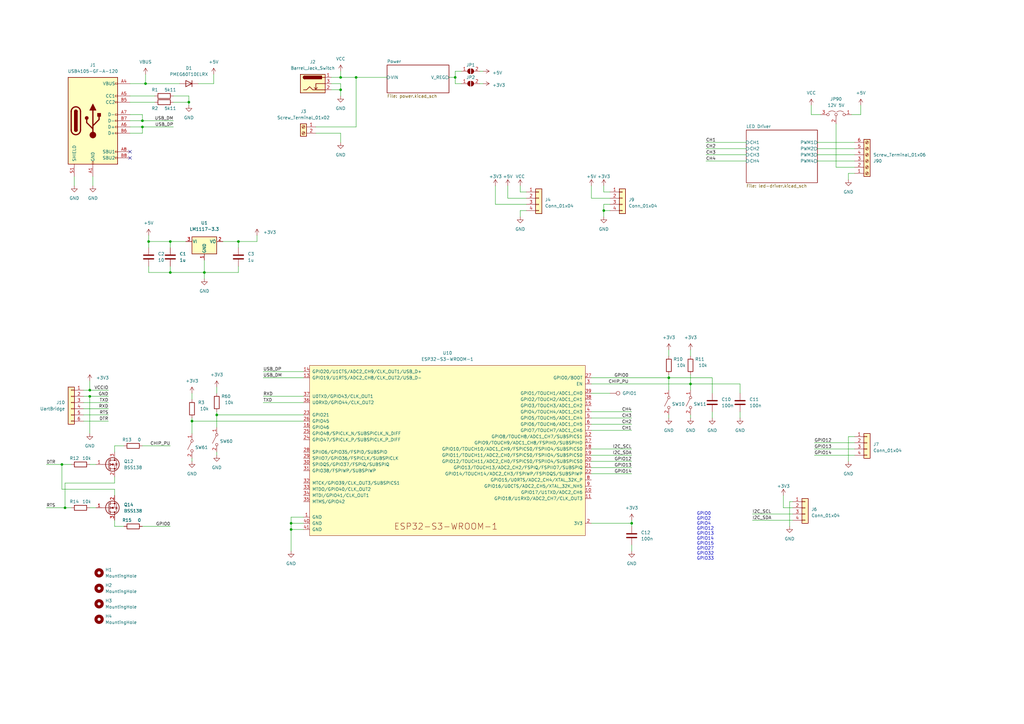
<source format=kicad_sch>
(kicad_sch (version 20230121) (generator eeschema)
  (paper "A3")
  (title_block (title "Starfish") (date "2023-01-30") (rev "A") (company "PaEber Electronics") (comment 1 "ESP based LED driver for ESPHome"))
  (lib_symbols
    (symbol "+3V3_1" (power) (pin_names (offset 0))
      (property "Value" "+3V3_1" (at 0 3.556 0))
      (symbol "+3V3_1_1_1"
        (pin power_in line (at 0 0 90) (length 0) hide (name "+3V3") (number "1"))
      )
    )
    (symbol "+3V3_2" (power) (pin_names (offset 0))
      (property "Value" "+3V3_2" (at 0 3.556 0))
      (symbol "+3V3_2_1_1"
        (pin power_in line (at 0 0 90) (length 0) hide (name "+3V3") (number "1"))
      )
    )
    (symbol "+5V_1" (power) (pin_names (offset 0))
      (property "Value" "+5V_1" (at 0 3.556 0))
      (symbol "+5V_1_1_1"
        (pin power_in line (at 0 0 90) (length 0) hide (name "+5V") (number "1"))
      )
    )
    (symbol "Connector:Barrel_Jack_Switch" (pin_names hide)
      (property "Reference" "J" (at 0 5.334 0))
      (property "Value" "Barrel_Jack_Switch" (at 0 -5.08 0))
      (symbol "Barrel_Jack_Switch_1_1"
        (pin passive line (at 7.62 2.54 180) (length 2.54) (name "~") (number "1"))
        (pin passive line (at 7.62 -2.54 180) (length 2.54) (name "~") (number "2"))
        (pin passive line (at 7.62 0 180) (length 2.54) (name "~") (number "3"))
      )
    )
    (symbol "Connector:Screw_Terminal_01x02" (pin_names (offset 1.016) hide)
      (property "Reference" "J" (at 0 2.54 0))
      (property "Value" "Screw_Terminal_01x02" (at 0 -5.08 0))
      (symbol "Screw_Terminal_01x02_1_1"
        (pin passive line (at -5.08 0 0) (length 3.81) (name "Pin_1") (number "1"))
        (pin passive line (at -5.08 -2.54 0) (length 3.81) (name "Pin_2") (number "2"))
      )
    )
    (symbol "Connector:Screw_Terminal_01x06" (pin_names (offset 1.016) hide)
      (property "Reference" "J" (at 0 7.62 0))
      (property "Value" "Screw_Terminal_01x06" (at 0 -10.16 0))
      (symbol "Screw_Terminal_01x06_1_1"
        (pin passive line (at -5.08 5.08 0) (length 3.81) (name "Pin_1") (number "1"))
        (pin passive line (at -5.08 2.54 0) (length 3.81) (name "Pin_2") (number "2"))
        (pin passive line (at -5.08 0 0) (length 3.81) (name "Pin_3") (number "3"))
        (pin passive line (at -5.08 -2.54 0) (length 3.81) (name "Pin_4") (number "4"))
        (pin passive line (at -5.08 -5.08 0) (length 3.81) (name "Pin_5") (number "5"))
        (pin passive line (at -5.08 -7.62 0) (length 3.81) (name "Pin_6") (number "6"))
      )
    )
    (symbol "Connector:TestPoint" (pin_numbers hide) (pin_names (offset 0.762) hide)
      (property "Reference" "TP" (at 0 6.858 0))
      (property "Value" "TestPoint" (at 0 5.08 0))
      (symbol "TestPoint_1_1"
        (pin passive line (at 0 0 90) (length 2.54) (name "1") (number "1"))
      )
    )
    (symbol "Connector_Generic:Conn_01x04" (pin_names (offset 1.016) hide)
      (property "Reference" "J" (at 0 5.08 0))
      (property "Value" "Conn_01x04" (at 0 -7.62 0))
      (symbol "Conn_01x04_1_1"
        (pin passive line (at -5.08 2.54 0) (length 3.81) (name "Pin_1") (number "1"))
        (pin passive line (at -5.08 0 0) (length 3.81) (name "Pin_2") (number "2"))
        (pin passive line (at -5.08 -2.54 0) (length 3.81) (name "Pin_3") (number "3"))
        (pin passive line (at -5.08 -5.08 0) (length 3.81) (name "Pin_4") (number "4"))
      )
    )
    (symbol "Connector_Generic:Conn_01x06" (pin_names (offset 1.016) hide)
      (property "Reference" "J" (at 0 7.62 0))
      (property "Value" "Conn_01x06" (at 0 -10.16 0))
      (symbol "Conn_01x06_1_1"
        (pin passive line (at -5.08 5.08 0) (length 3.81) (name "Pin_1") (number "1"))
        (pin passive line (at -5.08 2.54 0) (length 3.81) (name "Pin_2") (number "2"))
        (pin passive line (at -5.08 0 0) (length 3.81) (name "Pin_3") (number "3"))
        (pin passive line (at -5.08 -2.54 0) (length 3.81) (name "Pin_4") (number "4"))
        (pin passive line (at -5.08 -5.08 0) (length 3.81) (name "Pin_5") (number "5"))
        (pin passive line (at -5.08 -7.62 0) (length 3.81) (name "Pin_6") (number "6"))
      )
    )
    (symbol "Device:C" (pin_numbers hide) (pin_names (offset 0.254))
      (property "Reference" "C" (at 0.635 2.54 0))
      (property "Value" "C" (at 0.635 -2.54 0))
      (symbol "C_1_1"
        (pin passive line (at 0 3.81 270) (length 2.794) (name "~") (number "1"))
        (pin passive line (at 0 -3.81 90) (length 2.794) (name "~") (number "2"))
      )
    )
    (symbol "Device:D" (pin_numbers hide) (pin_names (offset 1.016) hide)
      (property "Reference" "D" (at 0 2.54 0))
      (property "Value" "D" (at 0 -2.54 0))
      (symbol "D_1_1"
        (pin passive line (at -3.81 0 0) (length 2.54) (name "K") (number "1"))
        (pin passive line (at 3.81 0 180) (length 2.54) (name "A") (number "2"))
      )
    )
    (symbol "Device:R" (pin_numbers hide) (pin_names (offset 0))
      (property "Reference" "R" (at 2.032 0 90))
      (property "Value" "R" (at 0 0 90))
      (symbol "R_1_1"
        (pin passive line (at 0 3.81 270) (length 1.27) (name "~") (number "1"))
        (pin passive line (at 0 -3.81 90) (length 1.27) (name "~") (number "2"))
      )
    )
    (symbol "Espressif:ESP32-S3-WROOM-1" (pin_names (offset 1.016))
      (property "Reference" "U" (at 0 35.56 0))
      (property "Value" "ESP32-S3-WROOM-1" (at 0 -36.83 0))
      (symbol "ESP32-S3-WROOM-1_0_0"
        (text "ESP32-S3-WROOM-1" (at 0 -31.75 0) (effects (font (size 2.54 2.54))))
        (pin power_in line (at 58.42 -27.94 180) (length 2.54) (name "GND") (number "1"))
        (pin bidirectional line (at -59.69 -17.78 0) (length 2.54) (name "GPIO17/U1TXD/ADC2_CH6") (number "10"))
        (pin bidirectional line (at -59.69 -20.32 0) (length 2.54) (name "GPIO18/U1RXD/ADC2_CH7/CLK_OUT3") (number "11"))
        (pin bidirectional line (at -59.69 5.08 0) (length 2.54) (name "GPIO8/TOUCH8/ADC1_CH7/SUBSPICS1") (number "12"))
        (pin bidirectional line (at 58.42 29.21 180) (length 2.54) (name "GPIO19/U1RTS/ADC2_CH8/CLK_OUT2/USB_D-") (number "13"))
        (pin bidirectional line (at 58.42 31.75 180) (length 2.54) (name "GPIO20/U1CTS/ADC2_CH9/CLK_OUT1/USB_D+") (number "14"))
        (pin bidirectional line (at -59.69 17.78 0) (length 2.54) (name "GPIO3/TOUCH3/ADC1_CH2") (number "15"))
        (pin bidirectional line (at 58.42 8.89 180) (length 2.54) (name "GPIO46") (number "16"))
        (pin bidirectional line (at -59.69 2.54 0) (length 2.54) (name "GPIO9/TOUCH9/ADC1_CH8/FSPIHD/SUBSPIHD") (number "17"))
        (pin bidirectional line (at -59.69 0 0) (length 2.54) (name "GPIO10/TOUCH10/ADC1_CH9/FSPICS0/FSPIIO4/SUBSPICS0") (number "18"))
        (pin bidirectional line (at -59.69 -2.54 0) (length 2.54) (name "GPIO11/TOUCH11/ADC2_CH0/FSPICS0/FSPIIO4/SUBSPICS0") (number "19"))
        (pin power_in line (at -59.69 -30.48 0) (length 2.54) (name "3V3") (number "2"))
        (pin bidirectional line (at -59.69 -5.08 0) (length 2.54) (name "GPIO12/TOUCH11/ADC2_CH0/FSPICS0/FSPIIO4/SUBSPICS0") (number "20"))
        (pin bidirectional line (at -59.69 -7.62 0) (length 2.54) (name "GPIO13/TOUCH13/ADC2_CH2/FSPIQ/FSPIIO7/SUBSPIQ") (number "21"))
        (pin bidirectional line (at -59.69 -10.16 0) (length 2.54) (name "GPIO14/TOUCH14/ADC2_CH3/FSPIWP/FSPIDQS/SUBSPIWP") (number "22"))
        (pin bidirectional line (at 58.42 13.97 180) (length 2.54) (name "GPIO21") (number "23"))
        (pin bidirectional line (at 58.42 3.81 180) (length 2.54) (name "GPIO47/SPICLK_P/SUBSPICLK_P_DIFF") (number "24"))
        (pin bidirectional line (at 58.42 6.35 180) (length 2.54) (name "GPIO48/SPICLK_N/SUBSPICLK_N_DIFF") (number "25"))
        (pin bidirectional line (at 58.42 11.43 180) (length 2.54) (name "GPIO45") (number "26"))
        (pin bidirectional line (at -59.69 29.21 0) (length 2.54) (name "GPIO0/BOOT") (number "27"))
        (pin bidirectional line (at 58.42 -1.27 180) (length 2.54) (name "SPIIO6/GPIO35/FSPID/SUBSPID") (number "28"))
        (pin bidirectional line (at 58.42 -3.81 180) (length 2.54) (name "SPIIO7/GPIO36/FSPICLK/SUBSPICLK") (number "29"))
        (pin input line (at -59.69 26.67 0) (length 2.54) (name "EN") (number "3"))
        (pin bidirectional line (at 58.42 -6.35 180) (length 2.54) (name "SPIDQS/GPIO37/FSPIQ/SUBSPIQ") (number "30"))
        (pin bidirectional line (at 58.42 -8.89 180) (length 2.54) (name "GPIO38/FSPIWP/SUBSPIWP") (number "31"))
        (pin bidirectional line (at 58.42 -13.97 180) (length 2.54) (name "MTCK/GPIO39/CLK_OUT3/SUBSPICS1") (number "32"))
        (pin bidirectional line (at 58.42 -16.51 180) (length 2.54) (name "MTDO/GPIO40/CLK_OUT2") (number "33"))
        (pin bidirectional line (at 58.42 -19.05 180) (length 2.54) (name "MTDI/GPIO41/CLK_OUT1") (number "34"))
        (pin bidirectional line (at 58.42 -21.59 180) (length 2.54) (name "MTMS/GPIO42") (number "35"))
        (pin bidirectional line (at 58.42 19.05 180) (length 2.54) (name "U0RXD/GPIO44/CLK_OUT2") (number "36"))
        (pin bidirectional line (at 58.42 21.59 180) (length 2.54) (name "U0TXD/GPIO43/CLK_OUT1") (number "37"))
        (pin bidirectional line (at -59.69 20.32 0) (length 2.54) (name "GPIO2/TOUCH2/ADC1_CH1") (number "38"))
        (pin bidirectional line (at -59.69 22.86 0) (length 2.54) (name "GPIO1/TOUCH1/ADC1_CH0") (number "39"))
        (pin bidirectional line (at -59.69 15.24 0) (length 2.54) (name "GPIO4/TOUCH4/ADC1_CH3") (number "4"))
        (pin power_in line (at 58.42 -30.48 180) (length 2.54) (name "GND") (number "40"))
        (pin power_in line (at 58.42 -33.02 180) (length 2.54) (name "GND") (number "41"))
        (pin bidirectional line (at -59.69 12.7 0) (length 2.54) (name "GPIO5/TOUCH5/ADC1_CH4") (number "5"))
        (pin bidirectional line (at -59.69 10.16 0) (length 2.54) (name "GPIO6/TOUCH6/ADC1_CH5") (number "6"))
        (pin bidirectional line (at -59.69 7.62 0) (length 2.54) (name "GPIO7/TOUCH7/ADC1_CH6") (number "7"))
        (pin bidirectional line (at -59.69 -12.7 0) (length 2.54) (name "GPIO15/U0RTS/ADC2_CH4/XTAL_32K_P") (number "8"))
        (pin bidirectional line (at -59.69 -15.24 0) (length 2.54) (name "GPIO16/U0CTS/ADC2_CH5/XTAL_32K_NH5") (number "9"))
      )
    )
    (symbol "GND_1" (power) (pin_names (offset 0))
      (property "Value" "GND_1" (at 0 -3.81 0))
      (symbol "GND_1_1_1"
        (pin power_in line (at 0 0 270) (length 0) hide (name "GND") (number "1"))
      )
    )
    (symbol "GND_2" (power) (pin_names (offset 0))
      (property "Value" "GND_2" (at 0 -3.81 0))
      (symbol "GND_2_1_1"
        (pin power_in line (at 0 0 270) (length 0) hide (name "GND") (number "1"))
      )
    )
    (symbol "GND_3" (power) (pin_names (offset 0))
      (property "Value" "GND_3" (at 0 -3.81 0))
      (symbol "GND_3_1_1"
        (pin power_in line (at 0 0 270) (length 0) hide (name "GND") (number "1"))
      )
    )
    (symbol "Jumper:Jumper_3_Open" (pin_names (offset 0) hide)
      (property "Reference" "JP" (at -2.54 -2.54 0))
      (property "Value" "Jumper_3_Open" (at 0 2.794 0))
      (symbol "Jumper_3_Open_1_1"
        (pin passive line (at -6.35 0 0) (length 2.54) (name "A") (number "1"))
        (pin input line (at 0 -3.81 90) (length 2.54) (name "C") (number "2"))
        (pin passive line (at 6.35 0 180) (length 2.54) (name "B") (number "3"))
      )
    )
    (symbol "Jumper:SolderJumper_2_Open" (pin_names (offset 0) hide)
      (property "Reference" "JP" (at 0 2.032 0))
      (property "Value" "SolderJumper_2_Open" (at 0 -2.54 0))
      (symbol "SolderJumper_2_Open_1_1"
        (pin passive line (at -3.81 0 0) (length 2.54) (name "A") (number "1"))
        (pin passive line (at 3.81 0 180) (length 2.54) (name "B") (number "2"))
      )
    )
    (symbol "Mechanical:MountingHole" (pin_names (offset 1.016))
      (property "Reference" "H" (at 0 5.08 0))
      (property "Value" "MountingHole" (at 0 3.175 0))
    )
    (symbol "Regulator_Linear:LM1117-3.3" (pin_names (offset 0.254))
      (property "Reference" "U" (at -3.81 3.175 0))
      (property "Value" "LM1117-3.3" (at 0 3.175 0))
      (symbol "LM1117-3.3_1_1"
        (pin power_in line (at 0 -7.62 90) (length 2.54) (name "GND") (number "1"))
        (pin power_out line (at 7.62 0 180) (length 2.54) (name "VO") (number "2"))
        (pin power_in line (at -7.62 0 0) (length 2.54) (name "VI") (number "3"))
      )
    )
    (symbol "Transistor_FET:BSS138" (pin_names hide)
      (property "Reference" "Q" (at 5.08 1.905 0))
      (property "Value" "BSS138" (at 5.08 0 0))
      (symbol "BSS138_1_1"
        (pin input line (at -5.08 0 0) (length 2.54) (name "G") (number "1"))
        (pin passive line (at 2.54 -5.08 90) (length 2.54) (name "S") (number "2"))
        (pin passive line (at 2.54 5.08 270) (length 2.54) (name "D") (number "3"))
      )
    )
    (symbol "VCC_1" (power) (pin_names (offset 0))
      (property "Value" "VCC_1" (at 0 3.81 0))
      (symbol "VCC_1_1_1"
        (pin power_in line (at 0 0 90) (length 0) hide (name "VCC") (number "1"))
      )
    )
    (symbol "paeber:1301.9315" (pin_names (offset 0) hide)
      (property "Reference" "SW" (at 0 3.175 0))
      (symbol "1301.9315_1_1"
        (pin passive line (at -5.08 0 0) (length 2.54) (name "A") (number "1"))
        (pin passive line (at 5.08 0 180) (length 2.54) (name "B") (number "2"))
      )
    )
    (symbol "paeber:USB4105-GF-A-120" (pin_names (offset 1.016))
      (property "Reference" "J?" (at 0 22.86 0))
      (property "Value" "USB4105-GF-A-120" (at 0 20.32 0))
      (symbol "USB4105-GF-A-120_1_1"
        (pin passive line (at 0 -22.86 90) (length 5.08) (name "GND") (number "A1"))
        (pin passive line (at 0 -22.86 90) (length 5.08) hide (name "GND") (number "A12"))
        (pin passive line (at 15.24 15.24 180) (length 5.08) (name "VBUS") (number "A4"))
        (pin bidirectional line (at 15.24 10.16 180) (length 5.08) (name "CC1") (number "A5"))
        (pin bidirectional line (at 15.24 -2.54 180) (length 5.08) (name "D+") (number "A6"))
        (pin bidirectional line (at 15.24 2.54 180) (length 5.08) (name "D-") (number "A7"))
        (pin bidirectional line (at 15.24 -12.7 180) (length 5.08) (name "SBU1") (number "A8"))
        (pin passive line (at 15.24 15.24 180) (length 5.08) hide (name "VBUS") (number "A9"))
        (pin passive line (at 0 -22.86 90) (length 5.08) hide (name "GND") (number "B1"))
        (pin passive line (at 0 -22.86 90) (length 5.08) hide (name "GND") (number "B12"))
        (pin passive line (at 15.24 15.24 180) (length 5.08) hide (name "VBUS") (number "B4"))
        (pin bidirectional line (at 15.24 7.62 180) (length 5.08) (name "CC2") (number "B5"))
        (pin bidirectional line (at 15.24 -5.08 180) (length 5.08) (name "D+") (number "B6"))
        (pin bidirectional line (at 15.24 0 180) (length 5.08) (name "D-") (number "B7"))
        (pin bidirectional line (at 15.24 -15.24 180) (length 5.08) (name "SBU2") (number "B8"))
        (pin passive line (at 15.24 15.24 180) (length 5.08) hide (name "VBUS") (number "B9"))
        (pin passive line (at -7.62 -22.86 90) (length 5.08) (name "SHIELD") (number "S1"))
      )
    )
    (symbol "power:+3V3" (power) (pin_names (offset 0))
      (property "Value" "+3V3" (at 0 3.556 0))
      (symbol "+3V3_1_1"
        (pin power_in line (at 0 0 90) (length 0) hide (name "+3V3") (number "1"))
      )
    )
    (symbol "power:+5V" (power) (pin_names (offset 0))
      (property "Value" "+5V" (at 0 3.556 0))
      (symbol "+5V_1_1"
        (pin power_in line (at 0 0 90) (length 0) hide (name "+5V") (number "1"))
      )
    )
    (symbol "power:GND" (power) (pin_names (offset 0))
      (property "Value" "GND" (at 0 -3.81 0))
      (symbol "GND_1_1"
        (pin power_in line (at 0 0 270) (length 0) hide (name "GND") (number "1"))
      )
    )
    (symbol "power:VBUS" (power) (pin_names (offset 0))
      (property "Value" "VBUS" (at 0 3.81 0))
      (symbol "VBUS_1_1"
        (pin power_in line (at 0 0 90) (length 0) hide (name "VBUS") (number "1"))
      )
    )
    (symbol "power:VCC" (power) (pin_names (offset 0))
      (property "Value" "VCC" (at 0 3.81 0))
      (symbol "VCC_1_1"
        (pin power_in line (at 0 0 90) (length 0) hide (name "VCC") (number "1"))
      )
    )
  )
  (junction (at 247.65 86.36))
  (junction (at 186.69 31.75))
  (junction (at 36.83 160.02))
  (junction (at 259.08 214.63))
  (junction (at 139.7 36.83))
  (junction (at 69.85 111.76))
  (junction (at 119.38 214.63))
  (junction (at 58.42 52.07))
  (junction (at 83.82 111.76))
  (junction (at 25.4 190.5))
  (junction (at 119.38 217.17))
  (junction (at 59.69 34.29))
  (junction (at 274.32 154.94))
  (junction (at 77.47 41.91))
  (junction (at 26.67 208.28))
  (junction (at 88.9 170.18))
  (junction (at 97.79 99.06))
  (junction (at 146.05 31.75))
  (junction (at 78.74 172.72))
  (junction (at 60.96 99.06))
  (junction (at 36.83 162.56))
  (junction (at 58.42 49.53))
  (junction (at 69.85 99.06))
  (junction (at 139.7 31.75))
  (junction (at 283.21 157.48))
  (no_connect (at 53.34 62.23))
  (no_connect (at 53.34 64.77))
  (wire (pts (xy 77.47 41.91) (xy 77.47 39.37)))
  (wire (pts (xy 119.38 212.09) (xy 119.38 214.63)))
  (wire (pts (xy 69.85 99.06) (xy 76.2 99.06)))
  (wire (pts (xy 25.4 190.5) (xy 29.21 190.5)))
  (wire (pts (xy 335.28 63.5) (xy 350.52 63.5)))
  (wire (pts (xy 59.69 34.29) (xy 53.34 34.29)))
  (wire (pts (xy 146.05 52.07) (xy 146.05 31.75)))
  (wire (pts (xy 325.12 213.36) (xy 308.61 213.36)))
  (wire (pts (xy 213.36 86.36) (xy 215.9 86.36)))
  (wire (pts (xy 283.21 170.18) (xy 283.21 171.45)))
  (wire (pts (xy 242.57 189.23) (xy 259.08 189.23)))
  (wire (pts (xy 335.28 66.04) (xy 350.52 66.04)))
  (wire (pts (xy 26.67 198.12) (xy 26.67 208.28)))
  (wire (pts (xy 44.45 162.56) (xy 36.83 162.56)))
  (wire (pts (xy 350.52 181.61) (xy 334.01 181.61)))
  (wire (pts (xy 19.05 190.5) (xy 25.4 190.5)))
  (wire (pts (xy 139.7 31.75) (xy 146.05 31.75)))
  (wire (pts (xy 38.1 72.39) (xy 38.1 76.2)))
  (wire (pts (xy 46.99 203.2) (xy 46.99 200.66)))
  (wire (pts (xy 124.46 212.09) (xy 119.38 212.09)))
  (wire (pts (xy 283.21 143.51) (xy 283.21 146.05)))
  (wire (pts (xy 292.1 154.94) (xy 292.1 161.29)))
  (wire (pts (xy 247.65 83.82) (xy 250.19 83.82)))
  (wire (pts (xy 215.9 81.28) (xy 208.28 81.28)))
  (wire (pts (xy 306.07 60.96) (xy 289.56 60.96)))
  (wire (pts (xy 97.79 99.06) (xy 97.79 101.6)))
  (wire (pts (xy 347.98 179.07) (xy 347.98 189.23)))
  (wire (pts (xy 30.48 72.39) (xy 30.48 76.2)))
  (wire (pts (xy 60.96 111.76) (xy 69.85 111.76)))
  (wire (pts (xy 50.8 215.9) (xy 46.99 215.9)))
  (wire (pts (xy 69.85 101.6) (xy 69.85 99.06)))
  (wire (pts (xy 44.45 160.02) (xy 36.83 160.02)))
  (wire (pts (xy 250.19 78.74) (xy 247.65 78.74)))
  (wire (pts (xy 124.46 152.4) (xy 107.95 152.4)))
  (wire (pts (xy 58.42 52.07) (xy 71.12 52.07)))
  (wire (pts (xy 58.42 215.9) (xy 69.85 215.9)))
  (wire (pts (xy 44.45 165.1) (xy 34.29 165.1)))
  (wire (pts (xy 19.05 208.28) (xy 26.67 208.28)))
  (wire (pts (xy 124.46 217.17) (xy 119.38 217.17)))
  (wire (pts (xy 242.57 168.91) (xy 259.08 168.91)))
  (wire (pts (xy 247.65 86.36) (xy 247.65 83.82)))
  (wire (pts (xy 36.83 160.02) (xy 34.29 160.02)))
  (wire (pts (xy 107.95 165.1) (xy 124.46 165.1)))
  (wire (pts (xy 353.06 43.18) (xy 353.06 46.99)))
  (wire (pts (xy 336.55 46.99) (xy 332.74 46.99)))
  (wire (pts (xy 58.42 49.53) (xy 53.34 49.53)))
  (wire (pts (xy 292.1 168.91) (xy 292.1 171.45)))
  (wire (pts (xy 69.85 111.76) (xy 83.82 111.76)))
  (wire (pts (xy 342.9 50.8) (xy 342.9 68.58)))
  (wire (pts (xy 323.85 215.9) (xy 323.85 205.74)))
  (wire (pts (xy 119.38 217.17) (xy 119.38 226.06)))
  (wire (pts (xy 242.57 154.94) (xy 274.32 154.94)))
  (wire (pts (xy 303.53 168.91) (xy 303.53 171.45)))
  (wire (pts (xy 77.47 39.37) (xy 71.12 39.37)))
  (wire (pts (xy 203.2 76.2) (xy 203.2 83.82)))
  (wire (pts (xy 58.42 52.07) (xy 53.34 52.07)))
  (wire (pts (xy 347.98 73.66) (xy 347.98 71.12)))
  (wire (pts (xy 46.99 182.88) (xy 46.99 185.42)))
  (wire (pts (xy 259.08 215.9) (xy 259.08 214.63)))
  (wire (pts (xy 129.54 52.07) (xy 146.05 52.07)))
  (wire (pts (xy 119.38 214.63) (xy 119.38 217.17)))
  (wire (pts (xy 53.34 46.99) (xy 58.42 46.99)))
  (wire (pts (xy 58.42 46.99) (xy 58.42 49.53)))
  (wire (pts (xy 88.9 170.18) (xy 124.46 170.18)))
  (wire (pts (xy 349.25 46.99) (xy 353.06 46.99)))
  (wire (pts (xy 350.52 186.69) (xy 334.01 186.69)))
  (wire (pts (xy 44.45 172.72) (xy 34.29 172.72)))
  (wire (pts (xy 87.63 30.48) (xy 87.63 34.29)))
  (wire (pts (xy 146.05 31.75) (xy 158.75 31.75)))
  (wire (pts (xy 88.9 185.42) (xy 88.9 186.69)))
  (wire (pts (xy 83.82 111.76) (xy 97.79 111.76)))
  (wire (pts (xy 323.85 205.74) (xy 325.12 205.74)))
  (wire (pts (xy 259.08 223.52) (xy 259.08 226.06)))
  (wire (pts (xy 242.57 214.63) (xy 259.08 214.63)))
  (wire (pts (xy 335.28 58.42) (xy 350.52 58.42)))
  (wire (pts (xy 36.83 162.56) (xy 36.83 177.8)))
  (wire (pts (xy 60.96 99.06) (xy 69.85 99.06)))
  (wire (pts (xy 87.63 34.29) (xy 81.28 34.29)))
  (wire (pts (xy 203.2 83.82) (xy 215.9 83.82)))
  (wire (pts (xy 213.36 76.2) (xy 213.36 78.74)))
  (wire (pts (xy 53.34 54.61) (xy 58.42 54.61)))
  (wire (pts (xy 274.32 153.67) (xy 274.32 154.94)))
  (wire (pts (xy 350.52 184.15) (xy 334.01 184.15)))
  (wire (pts (xy 347.98 179.07) (xy 350.52 179.07)))
  (wire (pts (xy 26.67 208.28) (xy 29.21 208.28)))
  (wire (pts (xy 78.74 187.96) (xy 78.74 189.23)))
  (wire (pts (xy 44.45 167.64) (xy 34.29 167.64)))
  (wire (pts (xy 78.74 172.72) (xy 124.46 172.72)))
  (wire (pts (xy 306.07 66.04) (xy 289.56 66.04)))
  (wire (pts (xy 242.57 194.31) (xy 259.08 194.31)))
  (wire (pts (xy 88.9 170.18) (xy 88.9 175.26)))
  (wire (pts (xy 242.57 157.48) (xy 283.21 157.48)))
  (wire (pts (xy 242.57 191.77) (xy 259.08 191.77)))
  (wire (pts (xy 139.7 36.83) (xy 139.7 34.29)))
  (wire (pts (xy 88.9 168.91) (xy 88.9 170.18)))
  (wire (pts (xy 36.83 190.5) (xy 39.37 190.5)))
  (wire (pts (xy 259.08 214.63) (xy 259.08 213.36)))
  (wire (pts (xy 83.82 106.68) (xy 83.82 111.76)))
  (wire (pts (xy 242.57 171.45) (xy 259.08 171.45)))
  (wire (pts (xy 242.57 81.28) (xy 242.57 76.2)))
  (wire (pts (xy 213.36 88.9) (xy 213.36 86.36)))
  (wire (pts (xy 186.69 29.21) (xy 186.69 31.75)))
  (wire (pts (xy 50.8 182.88) (xy 46.99 182.88)))
  (wire (pts (xy 59.69 30.48) (xy 59.69 34.29)))
  (wire (pts (xy 242.57 176.53) (xy 259.08 176.53)))
  (wire (pts (xy 186.69 34.29) (xy 186.69 31.75)))
  (wire (pts (xy 283.21 153.67) (xy 283.21 157.48)))
  (wire (pts (xy 124.46 214.63) (xy 119.38 214.63)))
  (wire (pts (xy 60.96 96.52) (xy 60.96 99.06)))
  (wire (pts (xy 306.07 58.42) (xy 289.56 58.42)))
  (wire (pts (xy 139.7 54.61) (xy 139.7 58.42)))
  (wire (pts (xy 46.99 200.66) (xy 25.4 200.66)))
  (wire (pts (xy 186.69 31.75) (xy 184.15 31.75)))
  (wire (pts (xy 325.12 210.82) (xy 308.61 210.82)))
  (wire (pts (xy 78.74 171.45) (xy 78.74 172.72)))
  (wire (pts (xy 247.65 78.74) (xy 247.65 76.2)))
  (wire (pts (xy 91.44 99.06) (xy 97.79 99.06)))
  (wire (pts (xy 347.98 71.12) (xy 350.52 71.12)))
  (wire (pts (xy 129.54 54.61) (xy 139.7 54.61)))
  (wire (pts (xy 283.21 160.02) (xy 283.21 157.48)))
  (wire (pts (xy 105.41 96.52) (xy 105.41 99.06)))
  (wire (pts (xy 107.95 162.56) (xy 124.46 162.56)))
  (wire (pts (xy 139.7 31.75) (xy 139.7 29.21)))
  (wire (pts (xy 53.34 39.37) (xy 63.5 39.37)))
  (wire (pts (xy 60.96 109.22) (xy 60.96 111.76)))
  (wire (pts (xy 46.99 215.9) (xy 46.99 213.36)))
  (wire (pts (xy 135.89 36.83) (xy 139.7 36.83)))
  (wire (pts (xy 44.45 170.18) (xy 34.29 170.18)))
  (wire (pts (xy 58.42 54.61) (xy 58.42 52.07)))
  (wire (pts (xy 25.4 200.66) (xy 25.4 190.5)))
  (wire (pts (xy 53.34 41.91) (xy 63.5 41.91)))
  (wire (pts (xy 325.12 208.28) (xy 321.31 208.28)))
  (wire (pts (xy 78.74 161.29) (xy 78.74 163.83)))
  (wire (pts (xy 274.32 170.18) (xy 274.32 171.45)))
  (wire (pts (xy 46.99 195.58) (xy 46.99 198.12)))
  (wire (pts (xy 124.46 154.94) (xy 107.95 154.94)))
  (wire (pts (xy 77.47 43.18) (xy 77.47 41.91)))
  (wire (pts (xy 250.19 81.28) (xy 242.57 81.28)))
  (wire (pts (xy 303.53 157.48) (xy 303.53 161.29)))
  (wire (pts (xy 215.9 78.74) (xy 213.36 78.74)))
  (wire (pts (xy 97.79 109.22) (xy 97.79 111.76)))
  (wire (pts (xy 83.82 111.76) (xy 83.82 114.3)))
  (wire (pts (xy 139.7 39.37) (xy 139.7 36.83)))
  (wire (pts (xy 247.65 88.9) (xy 247.65 86.36)))
  (wire (pts (xy 274.32 143.51) (xy 274.32 146.05)))
  (wire (pts (xy 342.9 68.58) (xy 350.52 68.58)))
  (wire (pts (xy 36.83 156.21) (xy 36.83 160.02)))
  (wire (pts (xy 36.83 162.56) (xy 34.29 162.56)))
  (wire (pts (xy 321.31 208.28) (xy 321.31 203.2)))
  (wire (pts (xy 196.85 29.21) (xy 198.12 29.21)))
  (wire (pts (xy 292.1 154.94) (xy 274.32 154.94)))
  (wire (pts (xy 332.74 43.18) (xy 332.74 46.99)))
  (wire (pts (xy 58.42 182.88) (xy 69.85 182.88)))
  (wire (pts (xy 46.99 198.12) (xy 26.67 198.12)))
  (wire (pts (xy 242.57 173.99) (xy 259.08 173.99)))
  (wire (pts (xy 242.57 184.15) (xy 259.08 184.15)))
  (wire (pts (xy 306.07 63.5) (xy 289.56 63.5)))
  (wire (pts (xy 335.28 60.96) (xy 350.52 60.96)))
  (wire (pts (xy 135.89 31.75) (xy 139.7 31.75)))
  (wire (pts (xy 208.28 81.28) (xy 208.28 76.2)))
  (wire (pts (xy 189.23 34.29) (xy 186.69 34.29)))
  (wire (pts (xy 274.32 154.94) (xy 274.32 160.02)))
  (wire (pts (xy 78.74 172.72) (xy 78.74 177.8)))
  (wire (pts (xy 60.96 99.06) (xy 60.96 101.6)))
  (wire (pts (xy 196.85 34.29) (xy 198.12 34.29)))
  (wire (pts (xy 242.57 186.69) (xy 259.08 186.69)))
  (wire (pts (xy 189.23 29.21) (xy 186.69 29.21)))
  (wire (pts (xy 71.12 41.91) (xy 77.47 41.91)))
  (wire (pts (xy 242.57 161.29) (xy 250.19 161.29)))
  (wire (pts (xy 88.9 158.75) (xy 88.9 161.29)))
  (wire (pts (xy 97.79 99.06) (xy 105.41 99.06)))
  (wire (pts (xy 58.42 49.53) (xy 71.12 49.53)))
  (wire (pts (xy 69.85 109.22) (xy 69.85 111.76)))
  (wire (pts (xy 139.7 34.29) (xy 135.89 34.29)))
  (wire (pts (xy 247.65 86.36) (xy 250.19 86.36)))
  (wire (pts (xy 283.21 157.48) (xy 303.53 157.48)))
  (wire (pts (xy 59.69 34.29) (xy 73.66 34.29)))
  (wire (pts (xy 36.83 208.28) (xy 39.37 208.28)))
  (text "GPIO0\nGPIO2\nGPIO4\nGPIO12\nGPIO13\nGPIO14\nGPIO15\nGPIO27\nGPIO32\nGPIO33" (at 285.75 229.87 0) (effects (font (size 1.27 1.27)) (justify left bottom)))
  (label "USB_DP" (at 71.12 52.07 180))
  (label "VCCIO" (at 44.45 160.02 180))
  (label "TXD" (at 107.95 165.1 0))
  (label "GPIO12" (at 334.01 181.61 0))
  (label "CH2" (at 259.08 173.99 180))
  (label "USB_DM" (at 71.12 49.53 180))
  (label "TXD" (at 44.45 165.1 180))
  (label "RTS" (at 44.45 170.18 180))
  (label "GPIO14" (at 259.08 194.31 180))
  (label "USB_DM" (at 107.95 154.94 0))
  (label "RTS" (at 19.05 208.28 0))
  (label "I2C_SDA" (at 259.08 186.69 180))
  (label "RXD" (at 44.45 167.64 180))
  (label "I2C_SCL" (at 308.61 210.82 0))
  (label "GPIO13" (at 259.08 191.77 180))
  (label "CH2" (at 289.56 60.96 0))
  (label "I2C_SDA" (at 308.61 213.36 0))
  (label "CH1" (at 289.56 58.42 0))
  (label "CHIP_PU" (at 69.85 182.88 180))
  (label "CH4" (at 289.56 66.04 0))
  (label "I2C_SCL" (at 259.08 184.15 180))
  (label "USB_DP" (at 107.95 152.4 0))
  (label "CHIP_PU" (at 257.81 157.48 180))
  (label "GPIO13" (at 334.01 184.15 0))
  (label "GPIO14" (at 334.01 186.69 0))
  (label "CH4" (at 259.08 168.91 180))
  (label "GND" (at 44.45 162.56 180))
  (label "DTR" (at 44.45 172.72 180))
  (label "DTR" (at 19.05 190.5 0))
  (label "RXD" (at 107.95 162.56 0))
  (label "CH3" (at 259.08 171.45 180))
  (label "CH1" (at 259.08 176.53 180))
  (label "GPIO0" (at 69.85 215.9 180))
  (label "CH3" (at 289.56 63.5 0))
  (label "GPIO0" (at 257.81 154.94 180))
  (label "GPIO12" (at 259.08 189.23 180))
  (symbol (lib_id "power:VCC") (at 332.74 43.18 0) (mirror y) (unit 1)
    (property "Reference" "#PWR0124" (effects hide))
    (property "Value" "VCC" (at 332.74 38.1 0))
  )
  (symbol (lib_id "power:VBUS") (at 59.69 30.48 0) (unit 1)
    (property "Reference" "#PWR0107" (effects hide))
    (property "Value" "VBUS" (at 59.69 25.4 0))
  )
  (symbol (lib_id "power:+3V3") (at 88.9 158.75 0) (unit 1)
    (property "Reference" "#PWR0137" (effects hide))
    (property "Value" "+3V3" (at 88.9 153.67 0))
  )
  (symbol (lib_id "power:+3V3") (at 78.74 161.29 0) (unit 1)
    (property "Reference" "#PWR011" (effects hide))
    (property "Value" "+3V3" (at 78.74 156.21 0))
  )
  (symbol (lib_id "Mechanical:MountingHole") (at 40.64 254 0) (unit 1)
    (property "Reference" "H4" (at 43.18 252.7299 0) (effects (justify left)))
    (property "Value" "MountingHole" (at 43.18 255.2699 0) (effects (justify left)))
    (property "Footprint" "MountingHole:MountingHole_3.2mm_M3_DIN965_Pad_TopBottom" (effects hide))
  )
  (symbol (lib_id "Connector_Generic:Conn_01x04") (at 355.6 181.61 0) (unit 1)
    (property "Reference" "J7" (at 358.14 182.245 0) (effects (justify left)))
    (property "Value" "Conn_01x04" (at 358.14 184.785 0) (effects (justify left)))
    (property "Footprint" "Connector_PinSocket_2.54mm:PinSocket_1x04_P2.54mm_Vertical" (effects hide))
  )
  (symbol (lib_id "Transistor_FET:BSS138") (at 44.45 190.5 0) (unit 1)
    (property "Reference" "Q12" (at 50.8 189.2299 0) (effects (justify left)))
    (property "Value" "BSS138" (at 50.8 191.7699 0) (effects (justify left)))
    (property "Footprint" "Package_TO_SOT_SMD:SOT-23" (effects hide))
    (property "Datasheet" "https://www.onsemi.com/pub/Collateral/BSS138-D.PDF" (effects hide))
  )
  (symbol (lib_id "Device:R") (at 33.02 190.5 270) (mirror x) (unit 1)
    (property "Reference" "R12" (at 30.48 187.96 90))
    (property "Value" "10k" (at 35.56 187.96 90))
    (property "Footprint" "Resistor_SMD:R_0603_1608Metric_Pad0.98x0.95mm_HandSolder" (effects hide))
  )
  (symbol (lib_id "power:GND") (at 36.83 177.8 0) (mirror y) (unit 1)
    (property "Reference" "#PWR0135" (effects hide))
    (property "Value" "GND" (at 36.83 182.88 0))
  )
  (symbol (lib_name "VCC_1") (lib_id "power:VCC") (at 213.36 76.2 0) (unit 1)
    (property "Reference" "#PWR07" (effects hide))
    (property "Value" "VCC" (at 213.36 72.39 0))
  )
  (symbol (lib_name "GND_3") (lib_id "power:GND") (at 323.85 215.9 0) (unit 1)
    (property "Reference" "#PWR013" (effects hide))
    (property "Value" "GND" (at 323.85 220.98 0))
  )
  (symbol (lib_id "power:GND") (at 292.1 171.45 0) (unit 1)
    (property "Reference" "#PWR0130" (effects hide))
    (property "Value" "GND" (at 292.1 176.53 0))
  )
  (symbol (lib_id "Device:C") (at 259.08 219.71 0) (mirror y) (unit 1)
    (property "Reference" "C12" (at 262.89 218.4399 0) (effects (justify right)))
    (property "Value" "100n" (at 262.89 220.9799 0) (effects (justify right)))
    (property "Footprint" "Capacitor_SMD:C_0805_2012Metric_Pad1.18x1.45mm_HandSolder" (effects hide))
  )
  (symbol (lib_id "paeber:USB4105-GF-A-120") (at 38.1 49.53 0) (unit 1)
    (property "Reference" "J1" (at 38.1 26.67 0))
    (property "Value" "USB4105-GF-A-120" (at 38.1 29.21 0))
    (property "Footprint" "Connector_USB:USB_C_Receptacle_HRO_TYPE-C-31-M-12" (effects hide))
    (property "Datasheet" "https://www.usb.org/sites/default/files/documents/usb_type-c.zip" (effects hide))
    (property "Mouser" "640-USB4105-GF-A-120" (effects hide))
  )
  (symbol (lib_id "Connector:TestPoint") (at 250.19 161.29 270) (unit 1)
    (property "Reference" "GPIO1" (at 255.27 161.2899 90) (effects (justify left)))
    (property "Value" "TestPoint" (effects hide))
    (property "Footprint" "TestPoint:TestPoint_Pad_D2.5mm" (effects hide))
  )
  (symbol (lib_id "Jumper:Jumper_3_Open") (at 342.9 46.99 0) (mirror y) (unit 1)
    (property "Reference" "JP90" (at 342.9 40.64 0))
    (property "Value" "12V 5V" (at 342.9 43.18 0))
    (property "Footprint" "Jumper:SolderJumper-3_P1.3mm_Open_RoundedPad1.0x1.5mm_NumberLabels" (effects hide))
  )
  (symbol (lib_id "Device:R") (at 274.32 149.86 0) (mirror x) (unit 1)
    (property "Reference" "R10" (at 278.13 147.32 0))
    (property "Value" "10k" (at 279.4 149.86 0))
    (property "Footprint" "Resistor_SMD:R_0603_1608Metric_Pad0.98x0.95mm_HandSolder" (effects hide))
  )
  (symbol (lib_id "power:+3V3") (at 274.32 143.51 0) (unit 1)
    (property "Reference" "#PWR0127" (effects hide))
    (property "Value" "+3V3" (at 274.32 138.43 0))
  )
  (symbol (lib_id "power:GND") (at 78.74 189.23 0) (unit 1)
    (property "Reference" "#PWR012" (effects hide))
    (property "Value" "GND" (at 78.74 194.31 0))
  )
  (symbol (lib_id "power:+5V") (at 87.63 30.48 0) (unit 1)
    (property "Reference" "#PWR0108" (effects hide))
    (property "Value" "+5V" (at 87.63 25.4 0))
  )
  (symbol (lib_id "Connector_Generic:Conn_01x04") (at 220.98 81.28 0) (unit 1)
    (property "Reference" "J4" (at 223.52 81.915 0) (effects (justify left)))
    (property "Value" "Conn_01x04" (at 223.52 84.455 0) (effects (justify left)))
    (property "Footprint" "Connector_PinSocket_2.54mm:PinSocket_1x04_P2.54mm_Vertical" (effects hide))
  )
  (symbol (lib_id "power:+3V3") (at 283.21 143.51 0) (unit 1)
    (property "Reference" "#PWR0128" (effects hide))
    (property "Value" "+3V3" (at 283.21 138.43 0))
  )
  (symbol (lib_id "power:+3V3") (at 259.08 213.36 0) (mirror y) (unit 1)
    (property "Reference" "#PWR0133" (effects hide))
    (property "Value" "+3V3" (at 259.08 208.28 0))
  )
  (symbol (lib_id "Device:C") (at 303.53 165.1 0) (mirror y) (unit 1)
    (property "Reference" "C11" (at 307.34 163.8299 0) (effects (justify right)))
    (property "Value" "100n" (at 307.34 166.3699 0) (effects (justify right)))
    (property "Footprint" "Capacitor_SMD:C_0805_2012Metric_Pad1.18x1.45mm_HandSolder" (effects hide))
  )
  (symbol (lib_id "Regulator_Linear:LM1117-3.3") (at 83.82 99.06 0) (unit 1)
    (property "Reference" "U1" (at 83.82 91.44 0))
    (property "Value" "LM1117-3.3" (at 83.82 93.98 0))
    (property "Footprint" "Package_TO_SOT_SMD:SOT-223-3_TabPin2" (effects hide))
    (property "Datasheet" "http://www.ti.com/lit/ds/symlink/lm1117.pdf" (effects hide))
  )
  (symbol (lib_id "Device:R") (at 33.02 208.28 270) (mirror x) (unit 1)
    (property "Reference" "R14" (at 30.48 205.74 90))
    (property "Value" "10k" (at 35.56 205.74 90))
    (property "Footprint" "Resistor_SMD:R_0603_1608Metric_Pad0.98x0.95mm_HandSolder" (effects hide))
  )
  (symbol (lib_id "Mechanical:MountingHole") (at 40.64 247.65 0) (unit 1)
    (property "Reference" "H3" (at 43.18 246.3799 0) (effects (justify left)))
    (property "Value" "MountingHole" (at 43.18 248.9199 0) (effects (justify left)))
    (property "Footprint" "MountingHole:MountingHole_3.2mm_M3_DIN965_Pad_TopBottom" (effects hide))
  )
  (symbol (lib_name "+5V_1") (lib_id "power:+5V") (at 208.28 76.2 0) (unit 1)
    (property "Reference" "#PWR04" (effects hide))
    (property "Value" "+5V" (at 208.28 72.39 0))
  )
  (symbol (lib_id "paeber:1301.9315") (at 88.9 180.34 90) (mirror x) (unit 1)
    (property "Reference" "SW60" (at 90.17 180.975 90) (effects (justify right)))
    (property "Value" "1301.9315" (effects hide))
    (property "Footprint" "paeber:13019319" (effects hide))
    (property "Datasheet" "https://www.mouser.ch/datasheet/2/358/typ_6x6_mm_tact_switches-1275689.pdf" (effects hide))
    (property "Mouser" "693-1301.9315" (effects hide))
  )
  (symbol (lib_id "paeber:1301.9315") (at 274.32 165.1 90) (mirror x) (unit 1)
    (property "Reference" "SW10" (at 275.59 165.735 90) (effects (justify right)))
    (property "Value" "1301.9315" (effects hide))
    (property "Footprint" "paeber:13019319" (effects hide))
    (property "Datasheet" "https://www.mouser.ch/datasheet/2/358/typ_6x6_mm_tact_switches-1275689.pdf" (effects hide))
    (property "Mouser" "693-1301.9315" (effects hide))
  )
  (symbol (lib_id "power:+5V") (at 198.12 29.21 270) (unit 1)
    (property "Reference" "#PWR0118" (effects hide))
    (property "Value" "+5V" (at 201.93 29.845 90) (effects (justify left)))
  )
  (symbol (lib_name "GND_1") (lib_id "power:GND") (at 347.98 73.66 0) (unit 1)
    (property "Reference" "#PWR02" (effects hide))
    (property "Value" "GND" (at 347.98 78.74 0))
  )
  (symbol (lib_id "Device:C") (at 97.79 105.41 0) (unit 1)
    (property "Reference" "C3" (at 101.6 104.1399 0) (effects (justify left)))
    (property "Value" "1u" (at 101.6 106.6799 0) (effects (justify left)))
    (property "Footprint" "Capacitor_SMD:C_0805_2012Metric_Pad1.18x1.45mm_HandSolder" (effects hide))
  )
  (symbol (lib_id "Connector_Generic:Conn_01x04") (at 330.2 208.28 0) (unit 1)
    (property "Reference" "J6" (at 332.74 208.915 0) (effects (justify left)))
    (property "Value" "Conn_01x04" (at 332.74 211.455 0) (effects (justify left)))
    (property "Footprint" "Connector_PinSocket_2.54mm:PinSocket_1x04_P2.54mm_Vertical" (effects hide))
  )
  (symbol (lib_id "Connector_Generic:Conn_01x06") (at 29.21 165.1 0) (mirror y) (unit 1)
    (property "Reference" "J10" (at 26.67 165.0999 0) (effects (justify left)))
    (property "Value" "UartBridge" (at 26.67 167.6399 0) (effects (justify left)))
    (property "Footprint" "Connector_PinSocket_2.54mm:PinSocket_1x06_P2.54mm_Vertical" (effects hide))
  )
  (symbol (lib_id "power:GND") (at 77.47 43.18 0) (unit 1)
    (property "Reference" "#PWR0106" (effects hide))
    (property "Value" "GND" (at 77.47 48.26 0))
  )
  (symbol (lib_id "Device:R") (at 78.74 167.64 0) (mirror x) (unit 1)
    (property "Reference" "R3" (at 82.55 165.1 0))
    (property "Value" "10k" (at 83.82 167.64 0))
    (property "Footprint" "Resistor_SMD:R_0603_1608Metric_Pad0.98x0.95mm_HandSolder" (effects hide))
  )
  (symbol (lib_id "power:GND") (at 88.9 186.69 0) (unit 1)
    (property "Reference" "#PWR0134" (effects hide))
    (property "Value" "GND" (at 88.9 191.77 0))
  )
  (symbol (lib_id "Transistor_FET:BSS138") (at 44.45 208.28 0) (mirror x) (unit 1)
    (property "Reference" "Q14" (at 50.8 207.0099 0) (effects (justify left)))
    (property "Value" "BSS138" (at 50.8 209.5499 0) (effects (justify left)))
    (property "Footprint" "Package_TO_SOT_SMD:SOT-23" (effects hide))
    (property "Datasheet" "https://www.onsemi.com/pub/Collateral/BSS138-D.PDF" (effects hide))
  )
  (symbol (lib_id "Device:R") (at 54.61 215.9 270) (mirror x) (unit 1)
    (property "Reference" "R15" (at 52.07 213.36 90))
    (property "Value" "0" (at 57.15 213.36 90))
    (property "Footprint" "Resistor_SMD:R_0603_1608Metric_Pad0.98x0.95mm_HandSolder" (effects hide))
  )
  (symbol (lib_id "power:GND") (at 139.7 39.37 0) (unit 1)
    (property "Reference" "#PWR0117" (effects hide))
    (property "Value" "GND" (at 139.7 44.45 0))
  )
  (symbol (lib_name "GND_3") (lib_id "power:GND") (at 347.98 189.23 0) (unit 1)
    (property "Reference" "#PWR015" (effects hide))
    (property "Value" "GND" (at 347.98 194.31 0))
  )
  (symbol (lib_id "Jumper:SolderJumper_2_Open") (at 193.04 29.21 0) (unit 1)
    (property "Reference" "JP1" (at 193.04 26.67 0))
    (property "Value" "SolderJumper_2_Open" (effects hide))
    (property "Footprint" "Jumper:SolderJumper-2_P1.3mm_Open_RoundedPad1.0x1.5mm" (effects hide))
  )
  (symbol (lib_name "+3V3_1") (lib_id "power:+3V3") (at 198.12 34.29 270) (unit 1)
    (property "Reference" "#PWR01" (effects hide))
    (property "Value" "+3V3" (at 201.93 34.925 90) (effects (justify left)))
  )
  (symbol (lib_id "power:GND") (at 139.7 58.42 0) (unit 1)
    (property "Reference" "#PWR0126" (effects hide))
    (property "Value" "GND" (at 139.7 63.5 0))
  )
  (symbol (lib_id "power:+3V3") (at 36.83 156.21 0) (unit 1)
    (property "Reference" "#PWR0136" (effects hide))
    (property "Value" "+3V3" (at 39.37 154.9399 0) (effects (justify left)))
  )
  (symbol (lib_id "Connector:Screw_Terminal_01x02") (at 124.46 52.07 0) (mirror y) (unit 1)
    (property "Reference" "J3" (at 124.46 45.72 0))
    (property "Value" "Screw_Terminal_01x02" (at 124.46 48.26 0))
    (property "Footprint" "paeber:CUI_TBP01R1-508-02BE" (effects hide))
    (property "Mouser" "490-TBP01R1-508-02BE" (effects hide))
  )
  (symbol (lib_id "power:GND") (at 283.21 171.45 0) (unit 1)
    (property "Reference" "#PWR0103" (effects hide))
    (property "Value" "GND" (at 283.21 176.53 0))
  )
  (symbol (lib_id "Jumper:SolderJumper_2_Open") (at 193.04 34.29 0) (unit 1)
    (property "Reference" "JP2" (at 193.04 31.75 0))
    (property "Value" "SolderJumper_2_Open" (effects hide))
    (property "Footprint" "Jumper:SolderJumper-2_P1.3mm_Open_RoundedPad1.0x1.5mm" (effects hide))
  )
  (symbol (lib_name "GND_2") (lib_id "power:GND") (at 247.65 88.9 0) (mirror y) (unit 1)
    (property "Reference" "#PWR019" (effects hide))
    (property "Value" "GND" (at 247.65 93.98 0))
  )
  (symbol (lib_id "power:GND") (at 259.08 226.06 0) (mirror y) (unit 1)
    (property "Reference" "#PWR0131" (effects hide))
    (property "Value" "GND" (at 259.08 231.14 0))
  )
  (symbol (lib_name "GND_2") (lib_id "power:GND") (at 213.36 88.9 0) (mirror y) (unit 1)
    (property "Reference" "#PWR06" (effects hide))
    (property "Value" "GND" (at 213.36 93.98 0))
  )
  (symbol (lib_id "paeber:1301.9315") (at 283.21 165.1 90) (mirror x) (unit 1)
    (property "Reference" "SW11" (at 284.48 165.735 90) (effects (justify right)))
    (property "Value" "1301.9315" (effects hide))
    (property "Footprint" "paeber:13019319" (effects hide))
    (property "Datasheet" "https://www.mouser.ch/datasheet/2/358/typ_6x6_mm_tact_switches-1275689.pdf" (effects hide))
    (property "Mouser" "693-1301.9315" (effects hide))
  )
  (symbol (lib_id "Mechanical:MountingHole") (at 40.64 234.95 0) (unit 1)
    (property "Reference" "H1" (at 43.18 233.6799 0) (effects (justify left)))
    (property "Value" "MountingHole" (at 43.18 236.2199 0) (effects (justify left)))
    (property "Footprint" "MountingHole:MountingHole_3.2mm_M3_DIN965_Pad_TopBottom" (effects hide))
  )
  (symbol (lib_name "+5V_1") (lib_id "power:+5V") (at 242.57 76.2 0) (unit 1)
    (property "Reference" "#PWR03" (effects hide))
    (property "Value" "+5V" (at 242.57 72.39 0))
  )
  (symbol (lib_name "+3V3_2") (lib_id "power:+3V3") (at 321.31 203.2 0) (unit 1)
    (property "Reference" "#PWR014" (effects hide))
    (property "Value" "+3V3" (at 321.31 199.39 0))
  )
  (symbol (lib_id "Device:C") (at 292.1 165.1 0) (mirror y) (unit 1)
    (property "Reference" "C10" (at 295.91 163.8299 0) (effects (justify right)))
    (property "Value" "100n" (at 295.91 166.3699 0) (effects (justify right)))
    (property "Footprint" "Capacitor_SMD:C_0805_2012Metric_Pad1.18x1.45mm_HandSolder" (effects hide))
  )
  (symbol (lib_id "power:+5V") (at 60.96 96.52 0) (unit 1)
    (property "Reference" "#PWR0110" (effects hide))
    (property "Value" "+5V" (at 60.96 91.44 0))
  )
  (symbol (lib_id "Espressif:ESP32-S3-WROOM-1") (at 182.88 184.15 0) (mirror y) (unit 1)
    (property "Reference" "U10" (at 183.515 144.78 0))
    (property "Value" "ESP32-S3-WROOM-1" (at 183.515 147.32 0))
    (property "Footprint" "Espressif:ESP32-S3-WROOM-1" (effects hide))
  )
  (symbol (lib_id "power:+5V") (at 353.06 43.18 0) (mirror y) (unit 1)
    (property "Reference" "#PWR0125" (effects hide))
    (property "Value" "+5V" (at 353.06 38.1 0))
  )
  (symbol (lib_id "power:GND") (at 83.82 114.3 0) (unit 1)
    (property "Reference" "#PWR0109" (effects hide))
    (property "Value" "GND" (at 83.82 119.38 0))
  )
  (symbol (lib_id "power:+3V3") (at 105.41 96.52 0) (unit 1)
    (property "Reference" "#PWR0111" (effects hide))
    (property "Value" "+3V3" (at 107.95 95.2499 0) (effects (justify left)))
  )
  (symbol (lib_id "Device:C") (at 60.96 105.41 0) (unit 1)
    (property "Reference" "C2" (at 64.77 104.1399 0) (effects (justify left)))
    (property "Value" "10" (at 64.77 106.6799 0) (effects (justify left)))
    (property "Footprint" "Capacitor_SMD:C_0805_2012Metric_Pad1.18x1.45mm_HandSolder" (effects hide))
  )
  (symbol (lib_id "power:GND") (at 38.1 76.2 0) (unit 1)
    (property "Reference" "#PWR0101" (effects hide))
    (property "Value" "GND" (at 38.1 81.28 0))
  )
  (symbol (lib_id "Device:R") (at 54.61 182.88 270) (mirror x) (unit 1)
    (property "Reference" "R13" (at 52.07 180.34 90))
    (property "Value" "0" (at 57.15 180.34 90))
    (property "Footprint" "Resistor_SMD:R_0603_1608Metric_Pad0.98x0.95mm_HandSolder" (effects hide))
  )
  (symbol (lib_id "power:GND") (at 119.38 226.06 0) (mirror y) (unit 1)
    (property "Reference" "#PWR0129" (effects hide))
    (property "Value" "GND" (at 119.38 231.14 0))
  )
  (symbol (lib_name "+3V3_2") (lib_id "power:+3V3") (at 203.2 76.2 0) (unit 1)
    (property "Reference" "#PWR05" (effects hide))
    (property "Value" "+3V3" (at 203.2 72.39 0))
  )
  (symbol (lib_id "Device:R") (at 88.9 165.1 0) (mirror x) (unit 1)
    (property "Reference" "R60" (at 92.71 162.56 0))
    (property "Value" "10k" (at 93.98 165.1 0))
    (property "Footprint" "Resistor_SMD:R_0603_1608Metric_Pad0.98x0.95mm_HandSolder" (effects hide))
  )
  (symbol (lib_id "power:GND") (at 30.48 76.2 0) (unit 1)
    (property "Reference" "#PWR0102" (effects hide))
    (property "Value" "GND" (at 30.48 81.28 0))
  )
  (symbol (lib_id "power:GND") (at 303.53 171.45 0) (unit 1)
    (property "Reference" "#PWR0132" (effects hide))
    (property "Value" "GND" (at 303.53 176.53 0))
  )
  (symbol (lib_id "Device:R") (at 67.31 41.91 90) (unit 1)
    (property "Reference" "R2" (at 63.5 44.45 90))
    (property "Value" "5k11" (at 69.85 44.45 90))
    (property "Footprint" "Resistor_SMD:R_0603_1608Metric_Pad0.98x0.95mm_HandSolder" (effects hide))
  )
  (symbol (lib_id "power:GND") (at 274.32 171.45 0) (unit 1)
    (property "Reference" "#PWR0104" (effects hide))
    (property "Value" "GND" (at 274.32 176.53 0))
  )
  (symbol (lib_id "Connector:Screw_Terminal_01x06") (at 355.6 66.04 0) (mirror x) (unit 1)
    (property "Reference" "J90" (at 358.14 66.0401 0) (effects (justify left)))
    (property "Value" "Screw_Terminal_01x06" (at 358.14 63.5001 0) (effects (justify left)))
    (property "Footprint" "paeber:CUI_TBP01R1-508-06BE" (effects hide))
    (property "Mouser" "490-TBP01R1-508-06BE" (effects hide))
  )
  (symbol (lib_id "Mechanical:MountingHole") (at 40.64 241.3 0) (unit 1)
    (property "Reference" "H2" (at 43.18 240.0299 0) (effects (justify left)))
    (property "Value" "MountingHole" (at 43.18 242.5699 0) (effects (justify left)))
    (property "Footprint" "MountingHole:MountingHole_3.2mm_M3_DIN965_Pad_TopBottom" (effects hide))
  )
  (symbol (lib_id "paeber:1301.9315") (at 78.74 182.88 90) (mirror x) (unit 1)
    (property "Reference" "SW61" (at 80.01 183.515 90) (effects (justify right)))
    (property "Value" "1301.9315" (effects hide))
    (property "Footprint" "paeber:13019319" (effects hide))
    (property "Datasheet" "https://www.mouser.ch/datasheet/2/358/typ_6x6_mm_tact_switches-1275689.pdf" (effects hide))
    (property "Mouser" "693-1301.9315" (effects hide))
  )
  (symbol (lib_id "Device:R") (at 67.31 39.37 90) (mirror x) (unit 1)
    (property "Reference" "R1" (at 63.5 36.83 90))
    (property "Value" "5k11" (at 69.85 36.83 90))
    (property "Footprint" "Resistor_SMD:R_0603_1608Metric_Pad0.98x0.95mm_HandSolder" (effects hide))
  )
  (symbol (lib_id "Connector_Generic:Conn_01x04") (at 255.27 81.28 0) (unit 1)
    (property "Reference" "J9" (at 257.81 81.915 0) (effects (justify left)))
    (property "Value" "Conn_01x04" (at 257.81 84.455 0) (effects (justify left)))
    (property "Footprint" "Connector_PinSocket_2.54mm:PinSocket_1x04_P2.54mm_Vertical" (effects hide))
  )
  (symbol (lib_id "Device:R") (at 283.21 149.86 0) (mirror x) (unit 1)
    (property "Reference" "R11" (at 287.02 147.32 0))
    (property "Value" "10k" (at 288.29 149.86 0))
    (property "Footprint" "Resistor_SMD:R_0603_1608Metric_Pad0.98x0.95mm_HandSolder" (effects hide))
  )
  (symbol (lib_id "Device:C") (at 69.85 105.41 0) (unit 1)
    (property "Reference" "C1" (at 73.66 104.1399 0) (effects (justify left)))
    (property "Value" "1u" (at 73.66 106.6799 0) (effects (justify left)))
    (property "Footprint" "Capacitor_SMD:C_0805_2012Metric_Pad1.18x1.45mm_HandSolder" (effects hide))
  )
  (symbol (lib_name "+3V3_2") (lib_id "power:+3V3") (at 247.65 76.2 0) (unit 1)
    (property "Reference" "#PWR016" (effects hide))
    (property "Value" "+3V3" (at 247.65 72.39 0))
  )
  (symbol (lib_id "Connector:Barrel_Jack_Switch") (at 128.27 34.29 0) (unit 1)
    (property "Reference" "J2" (at 128.27 25.4 0))
    (property "Value" "Barrel_Jack_Switch" (at 128.27 27.94 0))
    (property "Footprint" "Connector_BarrelJack:BarrelJack_Wuerth_6941xx301002" (effects hide))
    (property "Mouser" "992-CON-SOCJ-2155" (effects hide))
  )
  (symbol (lib_id "Device:D") (at 77.47 34.29 180) (unit 1)
    (property "Reference" "D1" (at 77.47 27.94 0))
    (property "Value" "PMEG60T10ELRX" (at 77.47 30.48 0))
    (property "Footprint" "Diode_SMD:D_SOD-123" (effects hide))
    (property "Datasheet" "https://www.mouser.ch/datasheet/2/916/PMEG60T10ELR-1370634.pdf" (effects hide))
    (property "Mouser" "771-PMEG60T10ELRX" (effects hide))
  )
  (symbol (lib_id "power:VCC") (at 139.7 29.21 0) (unit 1)
    (property "Reference" "#PWR0116" (effects hide))
    (property "Value" "VCC" (at 139.7 24.13 0))
  )
  (sheet (at 306.07 53.34) (size 29.21 21.59) (stroke (width 0.1524))
    (property "Sheetname" "LED Driver" (at 306.07 52.6284 0) (effects (justify left bottom)))
    (property "Sheetfile" "led-driver.kicad_sch" (at 306.07 75.5146 0) (effects (justify left top)))
    (pin "PWM4" output (at 335.28 66.04 0))
    (pin "CH1" input (at 306.07 58.42 180))
    (pin "PWM2" output (at 335.28 60.96 0))
    (pin "PWM1" output (at 335.28 58.42 0))
    (pin "CH4" input (at 306.07 66.04 180))
    (pin "CH2" input (at 306.07 60.96 180))
    (pin "PWM3" output (at 335.28 63.5 0))
    (pin "CH3" input (at 306.07 63.5 180))
  )
  (sheet (at 158.75 26.67) (size 25.4 11.43) (stroke (width 0.1524))
    (property "Sheetname" "Power" (at 158.75 25.9584 0) (effects (justify left bottom)))
    (property "Sheetfile" "power.kicad_sch" (at 158.75 38.6846 0) (effects (justify left top)))
    (pin "V_REG" output (at 184.15 31.75 0))
    (pin "VIN" input (at 158.75 31.75 180))
  )
)
</source>
